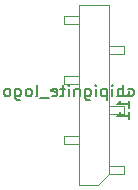
<source format=gbr>
%TF.GenerationSoftware,KiCad,Pcbnew,8.0.8-8.0.8-0~ubuntu24.04.1*%
%TF.CreationDate,2025-02-21T17:42:53-05:00*%
%TF.ProjectId,ChipigniteExplain,43686970-6967-46e6-9974-654578706c61,1.1*%
%TF.SameCoordinates,Original*%
%TF.FileFunction,AssemblyDrawing,Bot*%
%FSLAX46Y46*%
G04 Gerber Fmt 4.6, Leading zero omitted, Abs format (unit mm)*
G04 Created by KiCad (PCBNEW 8.0.8-8.0.8-0~ubuntu24.04.1) date 2025-02-21 17:42:53*
%MOMM*%
%LPD*%
G01*
G04 APERTURE LIST*
%ADD10C,0.150000*%
%ADD11C,0.100000*%
G04 APERTURE END LIST*
D10*
X75935238Y-32934246D02*
X76030476Y-32981865D01*
X76030476Y-32981865D02*
X76220952Y-32981865D01*
X76220952Y-32981865D02*
X76316190Y-32934246D01*
X76316190Y-32934246D02*
X76363809Y-32886626D01*
X76363809Y-32886626D02*
X76411428Y-32791388D01*
X76411428Y-32791388D02*
X76411428Y-32505674D01*
X76411428Y-32505674D02*
X76363809Y-32410436D01*
X76363809Y-32410436D02*
X76316190Y-32362817D01*
X76316190Y-32362817D02*
X76220952Y-32315198D01*
X76220952Y-32315198D02*
X76030476Y-32315198D01*
X76030476Y-32315198D02*
X75935238Y-32362817D01*
X75506666Y-32981865D02*
X75506666Y-31981865D01*
X75078095Y-32981865D02*
X75078095Y-32458055D01*
X75078095Y-32458055D02*
X75125714Y-32362817D01*
X75125714Y-32362817D02*
X75220952Y-32315198D01*
X75220952Y-32315198D02*
X75363809Y-32315198D01*
X75363809Y-32315198D02*
X75459047Y-32362817D01*
X75459047Y-32362817D02*
X75506666Y-32410436D01*
X74601904Y-32981865D02*
X74601904Y-32315198D01*
X74601904Y-31981865D02*
X74649523Y-32029484D01*
X74649523Y-32029484D02*
X74601904Y-32077103D01*
X74601904Y-32077103D02*
X74554285Y-32029484D01*
X74554285Y-32029484D02*
X74601904Y-31981865D01*
X74601904Y-31981865D02*
X74601904Y-32077103D01*
X74125714Y-32315198D02*
X74125714Y-33315198D01*
X74125714Y-32362817D02*
X74030476Y-32315198D01*
X74030476Y-32315198D02*
X73840000Y-32315198D01*
X73840000Y-32315198D02*
X73744762Y-32362817D01*
X73744762Y-32362817D02*
X73697143Y-32410436D01*
X73697143Y-32410436D02*
X73649524Y-32505674D01*
X73649524Y-32505674D02*
X73649524Y-32791388D01*
X73649524Y-32791388D02*
X73697143Y-32886626D01*
X73697143Y-32886626D02*
X73744762Y-32934246D01*
X73744762Y-32934246D02*
X73840000Y-32981865D01*
X73840000Y-32981865D02*
X74030476Y-32981865D01*
X74030476Y-32981865D02*
X74125714Y-32934246D01*
X73220952Y-32981865D02*
X73220952Y-32315198D01*
X73220952Y-31981865D02*
X73268571Y-32029484D01*
X73268571Y-32029484D02*
X73220952Y-32077103D01*
X73220952Y-32077103D02*
X73173333Y-32029484D01*
X73173333Y-32029484D02*
X73220952Y-31981865D01*
X73220952Y-31981865D02*
X73220952Y-32077103D01*
X72316191Y-32315198D02*
X72316191Y-33124722D01*
X72316191Y-33124722D02*
X72363810Y-33219960D01*
X72363810Y-33219960D02*
X72411429Y-33267579D01*
X72411429Y-33267579D02*
X72506667Y-33315198D01*
X72506667Y-33315198D02*
X72649524Y-33315198D01*
X72649524Y-33315198D02*
X72744762Y-33267579D01*
X72316191Y-32934246D02*
X72411429Y-32981865D01*
X72411429Y-32981865D02*
X72601905Y-32981865D01*
X72601905Y-32981865D02*
X72697143Y-32934246D01*
X72697143Y-32934246D02*
X72744762Y-32886626D01*
X72744762Y-32886626D02*
X72792381Y-32791388D01*
X72792381Y-32791388D02*
X72792381Y-32505674D01*
X72792381Y-32505674D02*
X72744762Y-32410436D01*
X72744762Y-32410436D02*
X72697143Y-32362817D01*
X72697143Y-32362817D02*
X72601905Y-32315198D01*
X72601905Y-32315198D02*
X72411429Y-32315198D01*
X72411429Y-32315198D02*
X72316191Y-32362817D01*
X71840000Y-32315198D02*
X71840000Y-32981865D01*
X71840000Y-32410436D02*
X71792381Y-32362817D01*
X71792381Y-32362817D02*
X71697143Y-32315198D01*
X71697143Y-32315198D02*
X71554286Y-32315198D01*
X71554286Y-32315198D02*
X71459048Y-32362817D01*
X71459048Y-32362817D02*
X71411429Y-32458055D01*
X71411429Y-32458055D02*
X71411429Y-32981865D01*
X70935238Y-32981865D02*
X70935238Y-32315198D01*
X70935238Y-31981865D02*
X70982857Y-32029484D01*
X70982857Y-32029484D02*
X70935238Y-32077103D01*
X70935238Y-32077103D02*
X70887619Y-32029484D01*
X70887619Y-32029484D02*
X70935238Y-31981865D01*
X70935238Y-31981865D02*
X70935238Y-32077103D01*
X70601905Y-32315198D02*
X70220953Y-32315198D01*
X70459048Y-31981865D02*
X70459048Y-32839007D01*
X70459048Y-32839007D02*
X70411429Y-32934246D01*
X70411429Y-32934246D02*
X70316191Y-32981865D01*
X70316191Y-32981865D02*
X70220953Y-32981865D01*
X69506667Y-32934246D02*
X69601905Y-32981865D01*
X69601905Y-32981865D02*
X69792381Y-32981865D01*
X69792381Y-32981865D02*
X69887619Y-32934246D01*
X69887619Y-32934246D02*
X69935238Y-32839007D01*
X69935238Y-32839007D02*
X69935238Y-32458055D01*
X69935238Y-32458055D02*
X69887619Y-32362817D01*
X69887619Y-32362817D02*
X69792381Y-32315198D01*
X69792381Y-32315198D02*
X69601905Y-32315198D01*
X69601905Y-32315198D02*
X69506667Y-32362817D01*
X69506667Y-32362817D02*
X69459048Y-32458055D01*
X69459048Y-32458055D02*
X69459048Y-32553293D01*
X69459048Y-32553293D02*
X69935238Y-32648531D01*
X69268572Y-33077103D02*
X68506667Y-33077103D01*
X68125714Y-32981865D02*
X68220952Y-32934246D01*
X68220952Y-32934246D02*
X68268571Y-32839007D01*
X68268571Y-32839007D02*
X68268571Y-31981865D01*
X67601904Y-32981865D02*
X67697142Y-32934246D01*
X67697142Y-32934246D02*
X67744761Y-32886626D01*
X67744761Y-32886626D02*
X67792380Y-32791388D01*
X67792380Y-32791388D02*
X67792380Y-32505674D01*
X67792380Y-32505674D02*
X67744761Y-32410436D01*
X67744761Y-32410436D02*
X67697142Y-32362817D01*
X67697142Y-32362817D02*
X67601904Y-32315198D01*
X67601904Y-32315198D02*
X67459047Y-32315198D01*
X67459047Y-32315198D02*
X67363809Y-32362817D01*
X67363809Y-32362817D02*
X67316190Y-32410436D01*
X67316190Y-32410436D02*
X67268571Y-32505674D01*
X67268571Y-32505674D02*
X67268571Y-32791388D01*
X67268571Y-32791388D02*
X67316190Y-32886626D01*
X67316190Y-32886626D02*
X67363809Y-32934246D01*
X67363809Y-32934246D02*
X67459047Y-32981865D01*
X67459047Y-32981865D02*
X67601904Y-32981865D01*
X66411428Y-32315198D02*
X66411428Y-33124722D01*
X66411428Y-33124722D02*
X66459047Y-33219960D01*
X66459047Y-33219960D02*
X66506666Y-33267579D01*
X66506666Y-33267579D02*
X66601904Y-33315198D01*
X66601904Y-33315198D02*
X66744761Y-33315198D01*
X66744761Y-33315198D02*
X66839999Y-33267579D01*
X66411428Y-32934246D02*
X66506666Y-32981865D01*
X66506666Y-32981865D02*
X66697142Y-32981865D01*
X66697142Y-32981865D02*
X66792380Y-32934246D01*
X66792380Y-32934246D02*
X66839999Y-32886626D01*
X66839999Y-32886626D02*
X66887618Y-32791388D01*
X66887618Y-32791388D02*
X66887618Y-32505674D01*
X66887618Y-32505674D02*
X66839999Y-32410436D01*
X66839999Y-32410436D02*
X66792380Y-32362817D01*
X66792380Y-32362817D02*
X66697142Y-32315198D01*
X66697142Y-32315198D02*
X66506666Y-32315198D01*
X66506666Y-32315198D02*
X66411428Y-32362817D01*
X65792380Y-32981865D02*
X65887618Y-32934246D01*
X65887618Y-32934246D02*
X65935237Y-32886626D01*
X65935237Y-32886626D02*
X65982856Y-32791388D01*
X65982856Y-32791388D02*
X65982856Y-32505674D01*
X65982856Y-32505674D02*
X65935237Y-32410436D01*
X65935237Y-32410436D02*
X65887618Y-32362817D01*
X65887618Y-32362817D02*
X65792380Y-32315198D01*
X65792380Y-32315198D02*
X65649523Y-32315198D01*
X65649523Y-32315198D02*
X65554285Y-32362817D01*
X65554285Y-32362817D02*
X65506666Y-32410436D01*
X65506666Y-32410436D02*
X65459047Y-32505674D01*
X65459047Y-32505674D02*
X65459047Y-32791388D01*
X65459047Y-32791388D02*
X65506666Y-32886626D01*
X65506666Y-32886626D02*
X65554285Y-32934246D01*
X65554285Y-32934246D02*
X65649523Y-32981865D01*
X65649523Y-32981865D02*
X65792380Y-32981865D01*
X75049819Y-32940476D02*
X75764104Y-32940476D01*
X75764104Y-32940476D02*
X75906961Y-32892857D01*
X75906961Y-32892857D02*
X76002200Y-32797619D01*
X76002200Y-32797619D02*
X76049819Y-32654762D01*
X76049819Y-32654762D02*
X76049819Y-32559524D01*
X76049819Y-33940476D02*
X76049819Y-33369048D01*
X76049819Y-33654762D02*
X75049819Y-33654762D01*
X75049819Y-33654762D02*
X75192676Y-33559524D01*
X75192676Y-33559524D02*
X75287914Y-33464286D01*
X75287914Y-33464286D02*
X75335533Y-33369048D01*
X76049819Y-34892857D02*
X76049819Y-34321429D01*
X76049819Y-34607143D02*
X75049819Y-34607143D01*
X75049819Y-34607143D02*
X75192676Y-34511905D01*
X75192676Y-34511905D02*
X75287914Y-34416667D01*
X75287914Y-34416667D02*
X75335533Y-34321429D01*
D11*
%TO.C,J11*%
X70555000Y-26180000D02*
X70555000Y-26820000D01*
X70555000Y-26820000D02*
X71825000Y-26820000D01*
X70555000Y-31260000D02*
X70555000Y-31900000D01*
X70555000Y-31900000D02*
X71825000Y-31900000D01*
X70555000Y-36340000D02*
X70555000Y-36980000D01*
X70555000Y-36980000D02*
X71825000Y-36980000D01*
X71825000Y-25230000D02*
X71825000Y-40470000D01*
X71825000Y-25230000D02*
X74365000Y-25230000D01*
X71825000Y-26180000D02*
X70555000Y-26180000D01*
X71825000Y-31260000D02*
X70555000Y-31260000D01*
X71825000Y-36340000D02*
X70555000Y-36340000D01*
X73415000Y-40470000D02*
X71825000Y-40470000D01*
X73415000Y-40470000D02*
X74365000Y-39520000D01*
X74365000Y-28720000D02*
X75635000Y-28720000D01*
X74365000Y-33800000D02*
X75635000Y-33800000D01*
X74365000Y-38880000D02*
X75635000Y-38880000D01*
X74365000Y-39520000D02*
X74365000Y-25230000D01*
X75635000Y-28720000D02*
X75635000Y-29360000D01*
X75635000Y-29360000D02*
X74365000Y-29360000D01*
X75635000Y-33800000D02*
X75635000Y-34440000D01*
X75635000Y-34440000D02*
X74365000Y-34440000D01*
X75635000Y-38880000D02*
X75635000Y-39520000D01*
X75635000Y-39520000D02*
X74365000Y-39520000D01*
%TD*%
M02*

</source>
